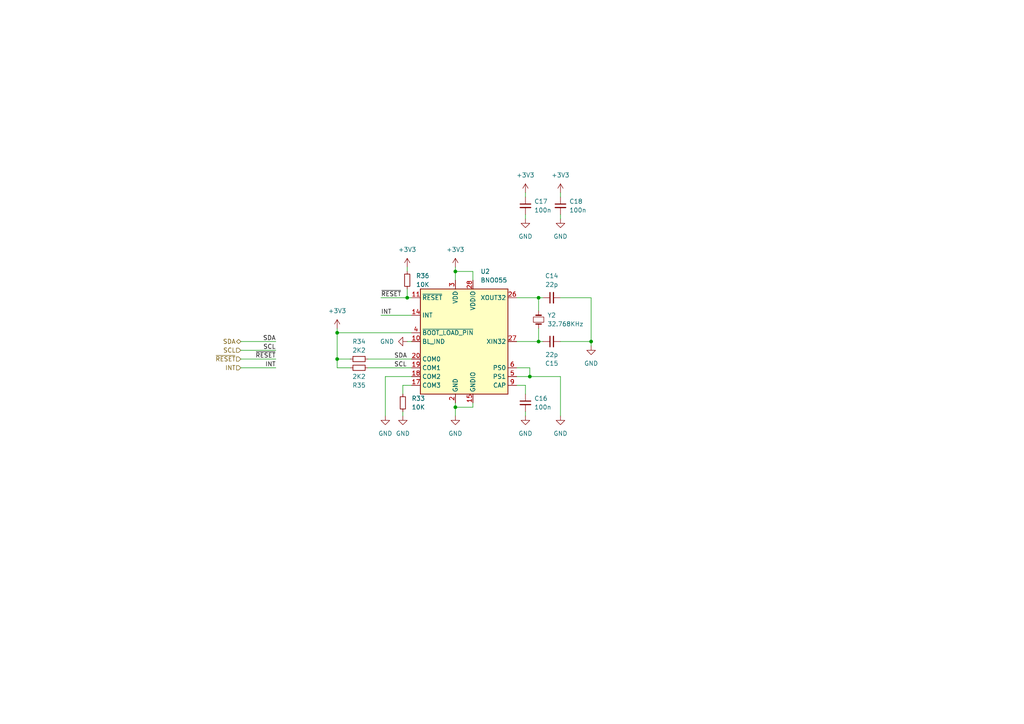
<source format=kicad_sch>
(kicad_sch (version 20231120) (generator "eeschema") (generator_version "8.0")
  (paper "A4")
  (title_block (title "PICO Servo Driver") (date "2024-04-24") (rev "Rev1.a"))
  (lib_symbols
    (symbol "Device:C_Small" (pin_numbers hide) (pin_names (offset 0.254) hide)
      (property "Reference" "C" (at 0.254 1.778 0))
      (property "Value" "C_Small" (at 0.254 -2.032 0))
      (symbol "C_Small_0_1"
        (polyline (pts (xy -1.524 -0.508) (xy 1.524 -0.508)) (stroke (width 0.3302)))
        (polyline (pts (xy -1.524 0.508) (xy 1.524 0.508)) (stroke (width 0.3048)))
      )
      (symbol "C_Small_1_1"
        (pin passive line (at 0 2.54 270) (length 2.032) (name "~") (number "1"))
        (pin passive line (at 0 -2.54 90) (length 2.032) (name "~") (number "2"))
      )
    )
    (symbol "Device:Crystal_Small" (pin_numbers hide) (pin_names (offset 1.016) hide)
      (property "Reference" "Y" (at 0 2.54 0))
      (property "Value" "Crystal_Small" (at 0 -2.54 0))
      (symbol "Crystal_Small_0_1"
        (rectangle (start -0.762 -1.524) (end 0.762 1.524))
        (polyline (pts (xy -1.27 -0.762) (xy -1.27 0.762)) (stroke (width 0.381)))
        (polyline (pts (xy 1.27 -0.762) (xy 1.27 0.762)) (stroke (width 0.381)))
      )
      (symbol "Crystal_Small_1_1"
        (pin passive line (at -2.54 0 0) (length 1.27) (name "1") (number "1"))
        (pin passive line (at 2.54 0 180) (length 1.27) (name "2") (number "2"))
      )
    )
    (symbol "Device:R_Small" (pin_numbers hide) (pin_names (offset 0.254) hide)
      (property "Reference" "R" (at 0.762 0.508 0))
      (property "Value" "R_Small" (at 0.762 -1.016 0))
      (symbol "R_Small_0_1"
        (rectangle (start -0.762 1.778) (end 0.762 -1.778) (stroke (width 0.2032)))
      )
      (symbol "R_Small_1_1"
        (pin passive line (at 0 2.54 270) (length 0.762) (name "~") (number "1"))
        (pin passive line (at 0 -2.54 90) (length 0.762) (name "~") (number "2"))
      )
    )
    (symbol "Sensor_Motion:BNO055"
      (property "Reference" "U" (at -11.43 16.51 0))
      (property "Value" "BNO055" (at 12.7 16.51 0))
      (symbol "BNO055_0_1"
        (rectangle (start -12.7 15.24) (end 12.7 -15.24) (stroke (width 0.254)) (fill (type background)))
      )
      (symbol "BNO055_1_1"
        (pin no_connect line (at -12.7 10.16 0) (length 2.54) hide (name "PIN1") (number "1"))
        (pin output line (at -15.24 0 0) (length 2.54) (name "BL_IND") (number "10"))
        (pin input line (at -15.24 12.7 0) (length 2.54) (name "~{RESET}") (number "11"))
        (pin no_connect line (at 12.7 10.16 180) (length 2.54) hide (name "PIN12") (number "12"))
        (pin no_connect line (at 12.7 7.62 180) (length 2.54) hide (name "PIN13") (number "13"))
        (pin output line (at -15.24 7.62 0) (length 2.54) (name "INT") (number "14"))
        (pin power_in line (at 2.54 -17.78 90) (length 2.54) (name "GNDIO") (number "15"))
        (pin passive line (at 2.54 -17.78 90) (length 2.54) hide (name "GNDIO") (number "16"))
        (pin input line (at -15.24 -12.7 0) (length 2.54) (name "COM3") (number "17"))
        (pin passive line (at -15.24 -10.16 0) (length 2.54) (name "COM2") (number "18"))
        (pin bidirectional line (at -15.24 -7.62 0) (length 2.54) (name "COM1") (number "19"))
        (pin power_in line (at -2.54 -17.78 90) (length 2.54) (name "GND") (number "2"))
        (pin bidirectional line (at -15.24 -5.08 0) (length 2.54) (name "COM0") (number "20"))
        (pin no_connect line (at 12.7 5.08 180) (length 2.54) hide (name "PIN21") (number "21"))
        (pin no_connect line (at 12.7 2.54 180) (length 2.54) hide (name "PIN22") (number "22"))
        (pin no_connect line (at 12.7 -2.54 180) (length 2.54) hide (name "PIN23") (number "23"))
        (pin no_connect line (at 12.7 -5.08 180) (length 2.54) hide (name "PIN24") (number "24"))
        (pin passive line (at 2.54 -17.78 90) (length 2.54) hide (name "GNDIO") (number "25"))
        (pin output line (at 15.24 12.7 180) (length 2.54) (name "XOUT32") (number "26"))
        (pin input line (at 15.24 0 180) (length 2.54) (name "XIN32") (number "27"))
        (pin power_in line (at 2.54 17.78 270) (length 2.54) (name "VDDIO") (number "28"))
        (pin power_in line (at -2.54 17.78 270) (length 2.54) (name "VDD") (number "3"))
        (pin input line (at -15.24 2.54 0) (length 2.54) (name "~{BOOT_LOAD_PIN}") (number "4"))
        (pin input line (at 15.24 -10.16 180) (length 2.54) (name "PS1") (number "5"))
        (pin input line (at 15.24 -7.62 180) (length 2.54) (name "PS0") (number "6"))
        (pin no_connect line (at -12.7 5.08 0) (length 2.54) hide (name "PIN7") (number "7"))
        (pin no_connect line (at -12.7 -2.54 0) (length 2.54) hide (name "PIN8") (number "8"))
        (pin passive line (at 15.24 -12.7 180) (length 2.54) (name "CAP") (number "9"))
      )
    )
    (symbol "power:+3V3" (power) (pin_names (offset 0))
      (property "Value" "+3V3" (at 0 3.556 0))
      (symbol "+3V3_0_1"
        (polyline (pts (xy -0.762 1.27) (xy 0 2.54)))
        (polyline (pts (xy 0 0) (xy 0 2.54)))
        (polyline (pts (xy 0 2.54) (xy 0.762 1.27)))
      )
      (symbol "+3V3_1_1"
        (pin power_in line (at 0 0 90) (length 0) hide (name "+3V3") (number "1"))
      )
    )
    (symbol "power:GND" (power) (pin_names (offset 0))
      (property "Value" "GND" (at 0 -3.81 0))
      (symbol "GND_0_1"
        (polyline (pts (xy 0 0) (xy 0 -1.27) (xy 1.27 -1.27) (xy 0 -2.54) (xy -1.27 -1.27) (xy 0 -1.27)))
      )
      (symbol "GND_1_1"
        (pin power_in line (at 0 0 270) (length 0) hide (name "GND") (number "1"))
      )
    )
  )
  (junction (at 171.45 99.06))
  (junction (at 156.21 86.36))
  (junction (at 132.08 78.74))
  (junction (at 156.21 99.06))
  (junction (at 118.11 86.36))
  (junction (at 97.79 96.52))
  (junction (at 153.67 109.22))
  (junction (at 97.79 104.14))
  (junction (at 132.08 118.11))
  (wire (pts (xy 149.86 106.68) (xy 153.67 106.68)))
  (wire (pts (xy 149.86 99.06) (xy 156.21 99.06)))
  (wire (pts (xy 132.08 120.65) (xy 132.08 118.11)))
  (wire (pts (xy 152.4 111.76) (xy 152.4 114.3)))
  (wire (pts (xy 118.11 99.06) (xy 119.38 99.06)))
  (wire (pts (xy 153.67 106.68) (xy 153.67 109.22)))
  (wire (pts (xy 137.16 116.84) (xy 137.16 118.11)))
  (wire (pts (xy 153.67 109.22) (xy 149.86 109.22)))
  (wire (pts (xy 162.56 109.22) (xy 153.67 109.22)))
  (wire (pts (xy 137.16 78.74) (xy 132.08 78.74)))
  (wire (pts (xy 69.85 106.68) (xy 80.01 106.68)))
  (wire (pts (xy 149.86 86.36) (xy 156.21 86.36)))
  (wire (pts (xy 171.45 86.36) (xy 171.45 99.06)))
  (wire (pts (xy 156.21 99.06) (xy 157.48 99.06)))
  (wire (pts (xy 69.85 99.06) (xy 80.01 99.06)))
  (wire (pts (xy 156.21 86.36) (xy 156.21 90.17)))
  (wire (pts (xy 110.49 86.36) (xy 118.11 86.36)))
  (wire (pts (xy 162.56 63.5) (xy 162.56 62.23)))
  (wire (pts (xy 97.79 104.14) (xy 101.6 104.14)))
  (wire (pts (xy 132.08 77.47) (xy 132.08 78.74)))
  (wire (pts (xy 97.79 106.68) (xy 101.6 106.68)))
  (wire (pts (xy 171.45 99.06) (xy 171.45 100.33)))
  (wire (pts (xy 116.84 120.65) (xy 116.84 119.38)))
  (wire (pts (xy 97.79 96.52) (xy 119.38 96.52)))
  (wire (pts (xy 137.16 81.28) (xy 137.16 78.74)))
  (wire (pts (xy 110.49 91.44) (xy 119.38 91.44)))
  (wire (pts (xy 156.21 95.25) (xy 156.21 99.06)))
  (wire (pts (xy 69.85 104.14) (xy 80.01 104.14)))
  (wire (pts (xy 162.56 86.36) (xy 171.45 86.36)))
  (wire (pts (xy 118.11 83.82) (xy 118.11 86.36)))
  (wire (pts (xy 162.56 99.06) (xy 171.45 99.06)))
  (wire (pts (xy 97.79 104.14) (xy 97.79 106.68)))
  (wire (pts (xy 152.4 55.88) (xy 152.4 57.15)))
  (wire (pts (xy 132.08 78.74) (xy 132.08 81.28)))
  (wire (pts (xy 152.4 120.65) (xy 152.4 119.38)))
  (wire (pts (xy 162.56 55.88) (xy 162.56 57.15)))
  (wire (pts (xy 106.68 106.68) (xy 119.38 106.68)))
  (wire (pts (xy 149.86 111.76) (xy 152.4 111.76)))
  (wire (pts (xy 69.85 101.6) (xy 80.01 101.6)))
  (wire (pts (xy 132.08 118.11) (xy 132.08 116.84)))
  (wire (pts (xy 97.79 95.25) (xy 97.79 96.52)))
  (wire (pts (xy 111.76 109.22) (xy 119.38 109.22)))
  (wire (pts (xy 137.16 118.11) (xy 132.08 118.11)))
  (wire (pts (xy 156.21 86.36) (xy 157.48 86.36)))
  (wire (pts (xy 118.11 77.47) (xy 118.11 78.74)))
  (wire (pts (xy 106.68 104.14) (xy 119.38 104.14)))
  (wire (pts (xy 162.56 120.65) (xy 162.56 109.22)))
  (wire (pts (xy 152.4 63.5) (xy 152.4 62.23)))
  (wire (pts (xy 119.38 111.76) (xy 116.84 111.76)))
  (wire (pts (xy 116.84 111.76) (xy 116.84 114.3)))
  (wire (pts (xy 111.76 120.65) (xy 111.76 109.22)))
  (wire (pts (xy 118.11 86.36) (xy 119.38 86.36)))
  (wire (pts (xy 97.79 96.52) (xy 97.79 104.14)))
  (label "SCL" (at 114.3 106.68 0))
  (label "INT" (at 80.01 106.68 180))
  (label "SDA" (at 80.01 99.06 180))
  (label "~{RESET}" (at 80.01 104.14 180))
  (label "INT" (at 110.49 91.44 0))
  (label "~{RESET}" (at 110.49 86.36 0))
  (label "SCL" (at 80.01 101.6 180))
  (label "SDA" (at 114.3 104.14 0))
  (hierarchical_label "SDA" (shape bidirectional) (at 69.85 99.06 180))
  (hierarchical_label "~{RESET}" (shape input) (at 69.85 104.14 180))
  (hierarchical_label "SCL" (shape input) (at 69.85 101.6 180))
  (hierarchical_label "INT" (shape input) (at 69.85 106.68 180))
  (symbol (lib_id "Device:C_Small") (at 160.02 86.36 90) (unit 1)
    (property "Reference" "C14" (at 160.0263 80.01 90))
    (property "Value" "22p" (at 160.0263 82.55 90))
    (property "Description" "Unpolarized capacitor, small symbol" (effects (hide yes)))
  )
  (symbol (lib_id "power:GND") (at 118.11 99.06 270) (unit 1)
    (property "Reference" "#PWR040" (effects (hide yes)))
    (property "Value" "GND" (at 114.3 99.0599 90) (effects (justify right)))
    (property "Description" "Power symbol creates a global label with name \"GND\" , ground" (effects (hide yes)))
  )
  (symbol (lib_id "power:GND") (at 152.4 63.5 0) (unit 1)
    (property "Reference" "#PWR044" (effects (hide yes)))
    (property "Value" "GND" (at 152.4 68.58 0))
    (property "Description" "Power symbol creates a global label with name \"GND\" , ground" (effects (hide yes)))
  )
  (symbol (lib_id "power:+3V3") (at 132.08 77.47 0) (unit 1)
    (property "Reference" "#PWR034" (effects (hide yes)))
    (property "Value" "+3V3" (at 132.08 72.39 0))
    (property "Description" "Power symbol creates a global label with name \"+3V3\"" (effects (hide yes)))
  )
  (symbol (lib_id "power:+3V3") (at 97.79 95.25 0) (unit 1)
    (property "Reference" "#PWR038" (effects (hide yes)))
    (property "Value" "+3V3" (at 97.79 90.17 0))
    (property "Description" "Power symbol creates a global label with name \"+3V3\"" (effects (hide yes)))
  )
  (symbol (lib_id "Sensor_Motion:BNO055") (at 134.62 99.06 0) (unit 1)
    (property "Reference" "U2" (at 139.3541 78.74 0) (effects (justify left)))
    (property "Value" "BNO055" (at 139.3541 81.28 0) (effects (justify left)))
    (property "Footprint" "Package_LGA:LGA-28_5.2x3.8mm_P0.5mm" (effects (hide yes)))
    (property "Datasheet" "https://www.bosch-sensortec.com/media/boschsensortec/downloads/datasheets/bst-bno055-ds000.pdf" (effects (hide yes)))
    (property "Description" "Intelligent 9-axis absolute orientation sensor, LGA-28" (effects (hide yes)))
  )
  (symbol (lib_id "power:GND") (at 116.84 120.65 0) (unit 1)
    (property "Reference" "#PWR036" (effects (hide yes)))
    (property "Value" "GND" (at 116.84 125.73 0))
    (property "Description" "Power symbol creates a global label with name \"GND\" , ground" (effects (hide yes)))
  )
  (symbol (lib_id "Device:R_Small") (at 116.84 116.84 0) (unit 1)
    (property "Reference" "R33" (at 119.38 115.5699 0) (effects (justify left)))
    (property "Value" "10K" (at 119.38 118.1099 0) (effects (justify left)))
    (property "Description" "Resistor, small symbol" (effects (hide yes)))
  )
  (symbol (lib_id "power:GND") (at 132.08 120.65 0) (unit 1)
    (property "Reference" "#PWR033" (effects (hide yes)))
    (property "Value" "GND" (at 132.08 125.73 0))
    (property "Description" "Power symbol creates a global label with name \"GND\" , ground" (effects (hide yes)))
  )
  (symbol (lib_id "power:GND") (at 162.56 120.65 0) (unit 1)
    (property "Reference" "#PWR042" (effects (hide yes)))
    (property "Value" "GND" (at 162.56 125.73 0))
    (property "Description" "Power symbol creates a global label with name \"GND\" , ground" (effects (hide yes)))
  )
  (symbol (lib_id "Device:C_Small") (at 162.56 59.69 0) (unit 1)
    (property "Reference" "C18" (at 165.1 58.4262 0) (effects (justify left)))
    (property "Value" "100n" (at 165.1 60.9662 0) (effects (justify left)))
    (property "Description" "Unpolarized capacitor, small symbol" (effects (hide yes)))
  )
  (symbol (lib_id "Device:R_Small") (at 118.11 81.28 0) (unit 1)
    (property "Reference" "R36" (at 120.65 80.0099 0) (effects (justify left)))
    (property "Value" "10K" (at 120.65 82.5499 0) (effects (justify left)))
    (property "Description" "Resistor, small symbol" (effects (hide yes)))
  )
  (symbol (lib_id "Device:C_Small") (at 152.4 116.84 0) (unit 1)
    (property "Reference" "C16" (at 154.94 115.5762 0) (effects (justify left)))
    (property "Value" "100n" (at 154.94 118.1162 0) (effects (justify left)))
    (property "Description" "Unpolarized capacitor, small symbol" (effects (hide yes)))
  )
  (symbol (lib_id "power:+3V3") (at 152.4 55.88 0) (unit 1)
    (property "Reference" "#PWR043" (effects (hide yes)))
    (property "Value" "+3V3" (at 152.4 50.8 0))
    (property "Description" "Power symbol creates a global label with name \"+3V3\"" (effects (hide yes)))
  )
  (symbol (lib_id "Device:R_Small") (at 104.14 106.68 90) (mirror x) (unit 1)
    (property "Reference" "R35" (at 104.14 111.76 90))
    (property "Value" "2K2" (at 104.14 109.22 90))
    (property "Description" "Resistor, small symbol" (effects (hide yes)))
  )
  (symbol (lib_id "power:+3V3") (at 118.11 77.47 0) (unit 1)
    (property "Reference" "#PWR039" (effects (hide yes)))
    (property "Value" "+3V3" (at 118.11 72.39 0))
    (property "Description" "Power symbol creates a global label with name \"+3V3\"" (effects (hide yes)))
  )
  (symbol (lib_id "power:GND") (at 162.56 63.5 0) (unit 1)
    (property "Reference" "#PWR046" (effects (hide yes)))
    (property "Value" "GND" (at 162.56 68.58 0))
    (property "Description" "Power symbol creates a global label with name \"GND\" , ground" (effects (hide yes)))
  )
  (symbol (lib_id "Device:C_Small") (at 160.02 99.06 90) (mirror x) (unit 1)
    (property "Reference" "C15" (at 160.0263 105.41 90))
    (property "Value" "22p" (at 160.0263 102.87 90))
    (property "Description" "Unpolarized capacitor, small symbol" (effects (hide yes)))
  )
  (symbol (lib_id "power:GND") (at 152.4 120.65 0) (unit 1)
    (property "Reference" "#PWR041" (effects (hide yes)))
    (property "Value" "GND" (at 152.4 125.73 0))
    (property "Description" "Power symbol creates a global label with name \"GND\" , ground" (effects (hide yes)))
  )
  (symbol (lib_id "Device:R_Small") (at 104.14 104.14 90) (unit 1)
    (property "Reference" "R34" (at 104.14 99.06 90))
    (property "Value" "2K2" (at 104.14 101.6 90))
    (property "Description" "Resistor, small symbol" (effects (hide yes)))
  )
  (symbol (lib_id "Device:C_Small") (at 152.4 59.69 0) (unit 1)
    (property "Reference" "C17" (at 154.94 58.4262 0) (effects (justify left)))
    (property "Value" "100n" (at 154.94 60.9662 0) (effects (justify left)))
    (property "Description" "Unpolarized capacitor, small symbol" (effects (hide yes)))
  )
  (symbol (lib_id "power:GND") (at 171.45 100.33 0) (unit 1)
    (property "Reference" "#PWR035" (effects (hide yes)))
    (property "Value" "GND" (at 171.45 105.41 0))
    (property "Description" "Power symbol creates a global label with name \"GND\" , ground" (effects (hide yes)))
  )
  (symbol (lib_id "power:GND") (at 111.76 120.65 0) (unit 1)
    (property "Reference" "#PWR037" (effects (hide yes)))
    (property "Value" "GND" (at 111.76 125.73 0))
    (property "Description" "Power symbol creates a global label with name \"GND\" , ground" (effects (hide yes)))
  )
  (symbol (lib_id "Device:Crystal_Small") (at 156.21 92.71 90) (unit 1)
    (property "Reference" "Y2" (at 158.75 91.4399 90) (effects (justify right)))
    (property "Value" "32.768KHz" (at 158.75 93.9799 90) (effects (justify right)))
    (property "Description" "Two pin crystal, small symbol" (effects (hide yes)))
  )
  (symbol (lib_id "power:+3V3") (at 162.56 55.88 0) (unit 1)
    (property "Reference" "#PWR045" (effects (hide yes)))
    (property "Value" "+3V3" (at 162.56 50.8 0))
    (property "Description" "Power symbol creates a global label with name \"+3V3\"" (effects (hide yes)))
  )
)
</source>
